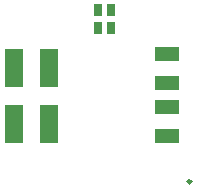
<source format=gbp>
G04 #@! TF.GenerationSoftware,KiCad,Pcbnew,5.1.5-52549c5~86~ubuntu18.04.1*
G04 #@! TF.CreationDate,2020-04-22T16:07:33+02:00*
G04 #@! TF.ProjectId,nk-fido2,6e6b2d66-6964-46f3-922e-6b696361645f,R5*
G04 #@! TF.SameCoordinates,Original*
G04 #@! TF.FileFunction,Paste,Bot*
G04 #@! TF.FilePolarity,Positive*
%FSLAX46Y46*%
G04 Gerber Fmt 4.6, Leading zero omitted, Abs format (unit mm)*
G04 Created by KiCad (PCBNEW 5.1.5-52549c5~86~ubuntu18.04.1) date 2020-04-22 16:07:33*
%MOMM*%
%LPD*%
G04 APERTURE LIST*
%ADD10C,0.300000*%
%ADD11R,1.500000X3.200000*%
%ADD12R,1.998980X1.198880*%
%ADD13R,0.800000X1.000000*%
G04 APERTURE END LIST*
D10*
X133579200Y-106350000D02*
G75*
G03X133579200Y-106350000I-100000J0D01*
G01*
D11*
X121589200Y-96705000D03*
X118589200Y-96705000D03*
X118589200Y-101465000D03*
X121589200Y-101465000D03*
D12*
X131599020Y-95512370D03*
X131599020Y-102512610D03*
X131599020Y-97996490D03*
X131599020Y-100013250D03*
D13*
X126879200Y-91860000D03*
X126879200Y-93360000D03*
X125779200Y-93360000D03*
X125779200Y-91860000D03*
M02*

</source>
